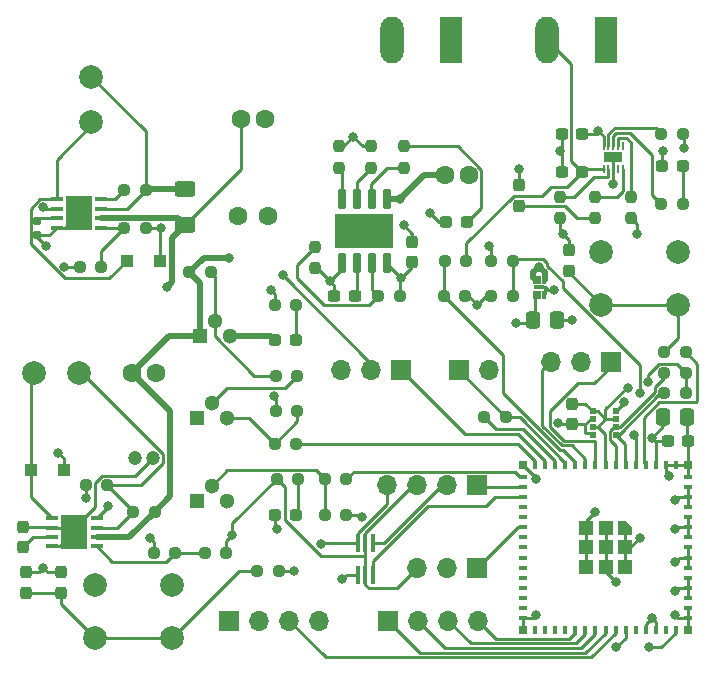
<source format=gtl>
%TF.GenerationSoftware,KiCad,Pcbnew,(6.0.9)*%
%TF.CreationDate,2023-05-01T22:34:01-06:00*%
%TF.ProjectId,WeatherStation,57656174-6865-4725-9374-6174696f6e2e,rev?*%
%TF.SameCoordinates,Original*%
%TF.FileFunction,Copper,L1,Top*%
%TF.FilePolarity,Positive*%
%FSLAX46Y46*%
G04 Gerber Fmt 4.6, Leading zero omitted, Abs format (unit mm)*
G04 Created by KiCad (PCBNEW (6.0.9)) date 2023-05-01 22:34:01*
%MOMM*%
%LPD*%
G01*
G04 APERTURE LIST*
G04 Aperture macros list*
%AMRoundRect*
0 Rectangle with rounded corners*
0 $1 Rounding radius*
0 $2 $3 $4 $5 $6 $7 $8 $9 X,Y pos of 4 corners*
0 Add a 4 corners polygon primitive as box body*
4,1,4,$2,$3,$4,$5,$6,$7,$8,$9,$2,$3,0*
0 Add four circle primitives for the rounded corners*
1,1,$1+$1,$2,$3*
1,1,$1+$1,$4,$5*
1,1,$1+$1,$6,$7*
1,1,$1+$1,$8,$9*
0 Add four rect primitives between the rounded corners*
20,1,$1+$1,$2,$3,$4,$5,0*
20,1,$1+$1,$4,$5,$6,$7,0*
20,1,$1+$1,$6,$7,$8,$9,0*
20,1,$1+$1,$8,$9,$2,$3,0*%
%AMFreePoly0*
4,1,15,0.000002,0.605000,0.600000,0.605000,0.603536,0.603536,0.605000,0.600000,0.605000,-0.600000,0.603536,-0.603536,0.600000,-0.605000,-0.600000,-0.605000,-0.603536,-0.603536,-0.605000,-0.600000,-0.605001,0.000000,-0.603536,0.003536,-0.003536,0.603536,0.000000,0.605001,0.000002,0.605000,0.000002,0.605000,$1*%
G04 Aperture macros list end*
%TA.AperFunction,SMDPad,CuDef*%
%ADD10RoundRect,0.237500X-0.250000X-0.237500X0.250000X-0.237500X0.250000X0.237500X-0.250000X0.237500X0*%
%TD*%
%TA.AperFunction,SMDPad,CuDef*%
%ADD11RoundRect,0.237500X-0.300000X-0.237500X0.300000X-0.237500X0.300000X0.237500X-0.300000X0.237500X0*%
%TD*%
%TA.AperFunction,ComponentPad*%
%ADD12C,1.600000*%
%TD*%
%TA.AperFunction,ComponentPad*%
%ADD13R,1.300000X1.300000*%
%TD*%
%TA.AperFunction,ComponentPad*%
%ADD14C,1.300000*%
%TD*%
%TA.AperFunction,SMDPad,CuDef*%
%ADD15RoundRect,0.237500X-0.237500X0.300000X-0.237500X-0.300000X0.237500X-0.300000X0.237500X0.300000X0*%
%TD*%
%TA.AperFunction,SMDPad,CuDef*%
%ADD16RoundRect,0.237500X0.250000X0.237500X-0.250000X0.237500X-0.250000X-0.237500X0.250000X-0.237500X0*%
%TD*%
%TA.AperFunction,SMDPad,CuDef*%
%ADD17RoundRect,0.250000X0.337500X0.475000X-0.337500X0.475000X-0.337500X-0.475000X0.337500X-0.475000X0*%
%TD*%
%TA.AperFunction,SMDPad,CuDef*%
%ADD18RoundRect,0.237500X0.237500X-0.300000X0.237500X0.300000X-0.237500X0.300000X-0.237500X-0.300000X0*%
%TD*%
%TA.AperFunction,SMDPad,CuDef*%
%ADD19RoundRect,0.237500X0.287500X0.237500X-0.287500X0.237500X-0.287500X-0.237500X0.287500X-0.237500X0*%
%TD*%
%TA.AperFunction,SMDPad,CuDef*%
%ADD20RoundRect,0.006000X0.094000X-0.319000X0.094000X0.319000X-0.094000X0.319000X-0.094000X-0.319000X0*%
%TD*%
%TA.AperFunction,SMDPad,CuDef*%
%ADD21R,0.940000X0.300000*%
%TD*%
%TA.AperFunction,SMDPad,CuDef*%
%ADD22RoundRect,0.237500X0.237500X-0.250000X0.237500X0.250000X-0.237500X0.250000X-0.237500X-0.250000X0*%
%TD*%
%TA.AperFunction,SMDPad,CuDef*%
%ADD23R,1.100000X1.100000*%
%TD*%
%TA.AperFunction,ComponentPad*%
%ADD24C,1.200000*%
%TD*%
%TA.AperFunction,SMDPad,CuDef*%
%ADD25RoundRect,0.155000X-0.155000X0.212500X-0.155000X-0.212500X0.155000X-0.212500X0.155000X0.212500X0*%
%TD*%
%TA.AperFunction,ComponentPad*%
%ADD26R,1.700000X1.700000*%
%TD*%
%TA.AperFunction,ComponentPad*%
%ADD27O,1.700000X1.700000*%
%TD*%
%TA.AperFunction,ComponentPad*%
%ADD28C,2.000000*%
%TD*%
%TA.AperFunction,SMDPad,CuDef*%
%ADD29RoundRect,0.027000X-0.218000X-0.198000X0.218000X-0.198000X0.218000X0.198000X-0.218000X0.198000X0*%
%TD*%
%TA.AperFunction,SMDPad,CuDef*%
%ADD30RoundRect,0.025600X-0.454400X-0.134400X0.454400X-0.134400X0.454400X0.134400X-0.454400X0.134400X0*%
%TD*%
%TA.AperFunction,SMDPad,CuDef*%
%ADD31RoundRect,0.025600X0.454400X0.134400X-0.454400X0.134400X-0.454400X-0.134400X0.454400X-0.134400X0*%
%TD*%
%TA.AperFunction,SMDPad,CuDef*%
%ADD32R,2.200000X3.000000*%
%TD*%
%TA.AperFunction,ComponentPad*%
%ADD33R,1.980000X3.960000*%
%TD*%
%TA.AperFunction,ComponentPad*%
%ADD34O,1.980000X3.960000*%
%TD*%
%TA.AperFunction,SMDPad,CuDef*%
%ADD35R,0.400000X1.500000*%
%TD*%
%TA.AperFunction,SMDPad,CuDef*%
%ADD36RoundRect,0.006000X0.294000X-0.769000X0.294000X0.769000X-0.294000X0.769000X-0.294000X-0.769000X0*%
%TD*%
%TA.AperFunction,SMDPad,CuDef*%
%ADD37R,4.900000X2.950000*%
%TD*%
%TA.AperFunction,SMDPad,CuDef*%
%ADD38RoundRect,0.237500X0.237500X-0.287500X0.237500X0.287500X-0.237500X0.287500X-0.237500X-0.287500X0*%
%TD*%
%TA.AperFunction,SMDPad,CuDef*%
%ADD39RoundRect,0.250000X-0.337500X-0.475000X0.337500X-0.475000X0.337500X0.475000X-0.337500X0.475000X0*%
%TD*%
%TA.AperFunction,SMDPad,CuDef*%
%ADD40RoundRect,0.250000X-0.625000X0.400000X-0.625000X-0.400000X0.625000X-0.400000X0.625000X0.400000X0*%
%TD*%
%TA.AperFunction,SMDPad,CuDef*%
%ADD41R,0.220000X0.760000*%
%TD*%
%TA.AperFunction,SMDPad,CuDef*%
%ADD42R,1.500000X0.900000*%
%TD*%
%TA.AperFunction,SMDPad,CuDef*%
%ADD43RoundRect,0.237500X0.300000X0.237500X-0.300000X0.237500X-0.300000X-0.237500X0.300000X-0.237500X0*%
%TD*%
%TA.AperFunction,SMDPad,CuDef*%
%ADD44R,0.400000X0.800000*%
%TD*%
%TA.AperFunction,SMDPad,CuDef*%
%ADD45R,0.800000X0.400000*%
%TD*%
%TA.AperFunction,SMDPad,CuDef*%
%ADD46R,1.200000X1.200000*%
%TD*%
%TA.AperFunction,SMDPad,CuDef*%
%ADD47FreePoly0,270.000000*%
%TD*%
%TA.AperFunction,SMDPad,CuDef*%
%ADD48R,0.800000X0.800000*%
%TD*%
%TA.AperFunction,SMDPad,CuDef*%
%ADD49RoundRect,0.237500X-0.237500X0.250000X-0.237500X-0.250000X0.237500X-0.250000X0.237500X0.250000X0*%
%TD*%
%TA.AperFunction,ViaPad*%
%ADD50C,0.800000*%
%TD*%
%TA.AperFunction,Conductor*%
%ADD51C,0.250000*%
%TD*%
%TA.AperFunction,Conductor*%
%ADD52C,0.500000*%
%TD*%
G04 APERTURE END LIST*
D10*
%TO.P,R34,1*%
%TO.N,Net-(R33-Pad1)*%
X148425000Y-128500000D03*
%TO.P,R34,2*%
%TO.N,Main Gnd*%
X150250000Y-128500000D03*
%TD*%
D11*
%TO.P,C4,1*%
%TO.N,GND*%
X178637500Y-96250000D03*
%TO.P,C4,2*%
%TO.N,Net-(C4-Pad2)*%
X180362500Y-96250000D03*
%TD*%
D12*
%TO.P,C14,1*%
%TO.N,Wind 12V*%
X151250000Y-100000000D03*
%TO.P,C14,2*%
%TO.N,GND*%
X153750000Y-100000000D03*
%TD*%
D10*
%TO.P,R30,1*%
%TO.N,GND*%
X137837500Y-104250000D03*
%TO.P,R30,2*%
%TO.N,Net-(R29-Pad1)*%
X139662500Y-104250000D03*
%TD*%
D13*
%TO.P,Q2,1,C*%
%TO.N,Main Gnd*%
X147730000Y-124110000D03*
D14*
%TO.P,Q2,2,B*%
%TO.N,Net-(Q2-Pad2)*%
X149000000Y-122840000D03*
%TO.P,Q2,3,E*%
%TO.N,GND*%
X150270000Y-124110000D03*
%TD*%
D15*
%TO.P,C12,1*%
%TO.N,BME Power*%
X179500000Y-115887500D03*
%TO.P,C12,2*%
%TO.N,GND*%
X179500000Y-117612500D03*
%TD*%
D16*
%TO.P,R25,1*%
%TO.N,Wind Control*%
X156162500Y-119250000D03*
%TO.P,R25,2*%
%TO.N,Net-(Q1-Pad3)*%
X154337500Y-119250000D03*
%TD*%
D11*
%TO.P,C5,1*%
%TO.N,GND*%
X178637500Y-93000000D03*
%TO.P,C5,2*%
%TO.N,Vbat*%
X180362500Y-93000000D03*
%TD*%
D17*
%TO.P,C2,1*%
%TO.N,GND*%
X189287500Y-117000000D03*
%TO.P,C2,2*%
%TO.N,VDD3.3*%
X187212500Y-117000000D03*
%TD*%
D18*
%TO.P,C17,1*%
%TO.N,Net-(C17-Pad1)*%
X133000000Y-128000000D03*
%TO.P,C17,2*%
%TO.N,Main Gnd*%
X133000000Y-126275000D03*
%TD*%
D16*
%TO.P,R33,1*%
%TO.N,Net-(R33-Pad1)*%
X145912500Y-128500000D03*
%TO.P,R33,2*%
%TO.N,Main 5V*%
X144087500Y-128500000D03*
%TD*%
D19*
%TO.P,Wind1,1,K*%
%TO.N,Net-(R28-Pad1)*%
X156125000Y-110500000D03*
%TO.P,Wind1,2,A*%
%TO.N,Wind Pow*%
X154375000Y-110500000D03*
%TD*%
D11*
%TO.P,C7,1*%
%TO.N,GND*%
X159387500Y-106750000D03*
%TO.P,C7,2*%
%TO.N,Net-(C7-Pad2)*%
X161112500Y-106750000D03*
%TD*%
D20*
%TO.P,U2,1,VOUT*%
%TO.N,VDD3.3*%
X176350000Y-106625000D03*
%TO.P,U2,2,VOUT*%
X176750000Y-106625000D03*
%TO.P,U2,3,GND*%
%TO.N,GND*%
X177150000Y-106625000D03*
%TO.P,U2,4,EN*%
%TO.N,VDDraw*%
X177150000Y-105375000D03*
%TO.P,U2,5*%
%TO.N,N/C*%
X176750000Y-105375000D03*
%TO.P,U2,6,VIN*%
%TO.N,VDDraw*%
X176350000Y-105375000D03*
D21*
%TO.P,U2,7,GND*%
%TO.N,GND*%
X176750000Y-106000000D03*
%TD*%
D22*
%TO.P,R4,1*%
%TO.N,GND*%
X178500000Y-100162500D03*
%TO.P,R4,2*%
%TO.N,Net-(R4-Pad2)*%
X178500000Y-98337500D03*
%TD*%
D23*
%TO.P,D6,1,K*%
%TO.N,Wind 12V*%
X144650000Y-103750000D03*
%TO.P,D6,2,A*%
%TO.N,Net-(D6-Pad2)*%
X141850000Y-103750000D03*
%TD*%
D10*
%TO.P,R9,1*%
%TO.N,Net-(C11-Pad1)*%
X187337500Y-111500000D03*
%TO.P,R9,2*%
%TO.N,Net-(R9-Pad2)*%
X189162500Y-111500000D03*
%TD*%
D13*
%TO.P,Q3,1,C*%
%TO.N,VDDraw*%
X147980000Y-110110000D03*
D14*
%TO.P,Q3,2,B*%
%TO.N,Net-(Q3-Pad2)*%
X149250000Y-108840000D03*
%TO.P,Q3,3,E*%
%TO.N,Wind Pow*%
X150520000Y-110110000D03*
%TD*%
D16*
%TO.P,R19,1*%
%TO.N,Net-(Main1-Pad1)*%
X156325000Y-122250000D03*
%TO.P,R19,2*%
%TO.N,Main Gnd*%
X154500000Y-122250000D03*
%TD*%
%TO.P,R16,1*%
%TO.N,GND*%
X160412500Y-125250000D03*
%TO.P,R16,2*%
%TO.N,Net-(Q2-Pad2)*%
X158587500Y-125250000D03*
%TD*%
%TO.P,R28,1*%
%TO.N,Net-(R28-Pad1)*%
X156162500Y-107500000D03*
%TO.P,R28,2*%
%TO.N,GND*%
X154337500Y-107500000D03*
%TD*%
D24*
%TO.P,C15,1*%
%TO.N,Main 5V*%
X142500000Y-120500000D03*
%TO.P,C15,2*%
%TO.N,Main Gnd*%
X144000000Y-120500000D03*
%TD*%
D16*
%TO.P,R35,1*%
%TO.N,Net-(L2-Pad1)*%
X140162500Y-122750000D03*
%TO.P,R35,2*%
%TO.N,Net-(R35-Pad2)*%
X138337500Y-122750000D03*
%TD*%
D10*
%TO.P,R18,1*%
%TO.N,Vbat*%
X172662500Y-103750000D03*
%TO.P,R18,2*%
%TO.N,Battery*%
X174487500Y-103750000D03*
%TD*%
D16*
%TO.P,R1,1*%
%TO.N,Net-(C4-Pad2)*%
X170575000Y-103750000D03*
%TO.P,R1,2*%
%TO.N,Solar*%
X168750000Y-103750000D03*
%TD*%
D25*
%TO.P,C16,1*%
%TO.N,Net-(C16-Pad1)*%
X134250000Y-100432500D03*
%TO.P,C16,2*%
%TO.N,GND*%
X134250000Y-101567500D03*
%TD*%
D16*
%TO.P,R23,1*%
%TO.N,BME Power*%
X189162500Y-115000000D03*
%TO.P,R23,2*%
%TO.N,SCL*%
X187337500Y-115000000D03*
%TD*%
D19*
%TO.P,Main1,1,K*%
%TO.N,Net-(Main1-Pad1)*%
X156125000Y-125250000D03*
%TO.P,Main1,2,A*%
%TO.N,VDD3.3*%
X154375000Y-125250000D03*
%TD*%
D26*
%TO.P,Air1,1,Pin_1*%
%TO.N,PPM RX*%
X171500000Y-129750000D03*
D27*
%TO.P,Air1,2,Pin_2*%
%TO.N,Main 5V*%
X168960000Y-129750000D03*
%TO.P,Air1,3,Pin_3*%
%TO.N,Main Gnd*%
X166420000Y-129750000D03*
%TD*%
D19*
%TO.P,Short1,1,K*%
%TO.N,Net-(R12-Pad2)*%
X170625000Y-100500000D03*
%TO.P,Short1,2,A*%
%TO.N,Vbat*%
X168875000Y-100500000D03*
%TD*%
D28*
%TO.P,L1,1,1*%
%TO.N,Net-(L1-Pad1)*%
X138799250Y-88200000D03*
%TO.P,L1,2,2*%
%TO.N,Net-(D6-Pad2)*%
X138799250Y-92010000D03*
%TD*%
D10*
%TO.P,R27,1*%
%TO.N,VDDraw*%
X147087500Y-104750000D03*
%TO.P,R27,2*%
%TO.N,Net-(Q3-Pad2)*%
X148912500Y-104750000D03*
%TD*%
D26*
%TO.P,UV1,1,Pin_1*%
%TO.N,UV*%
X182775000Y-112350000D03*
D27*
%TO.P,UV1,2,Pin_2*%
%TO.N,GND*%
X180235000Y-112350000D03*
%TO.P,UV1,3,Pin_3*%
%TO.N,UV Power*%
X177695000Y-112350000D03*
%TD*%
D19*
%TO.P,First1,1,K*%
%TO.N,Net-(First1-Pad1)*%
X188875000Y-95750000D03*
%TO.P,First1,2,A*%
%TO.N,Vbat*%
X187125000Y-95750000D03*
%TD*%
D28*
%TO.P,Program1,1,A*%
%TO.N,Net-(C11-Pad1)*%
X188500000Y-107500000D03*
X182000000Y-107500000D03*
%TO.P,Program1,2,B*%
%TO.N,GND*%
X182000000Y-103000000D03*
X188500000Y-103000000D03*
%TD*%
%TO.P,L2,1,1*%
%TO.N,Net-(L2-Pad1)*%
X137750000Y-113250000D03*
%TO.P,L2,2,2*%
%TO.N,Net-(D7-Pad2)*%
X133940000Y-113250000D03*
%TD*%
D12*
%TO.P,C13,1*%
%TO.N,Wind Pow*%
X151500000Y-91750000D03*
%TO.P,C13,2*%
%TO.N,GND*%
X153500000Y-91750000D03*
%TD*%
D22*
%TO.P,R14,1*%
%TO.N,Net-(R14-Pad1)*%
X159750000Y-95912500D03*
%TO.P,R14,2*%
%TO.N,GND*%
X159750000Y-94087500D03*
%TD*%
D10*
%TO.P,R36,1*%
%TO.N,Net-(L2-Pad1)*%
X142337500Y-125000000D03*
%TO.P,R36,2*%
%TO.N,VDDraw*%
X144162500Y-125000000D03*
%TD*%
D23*
%TO.P,D7,1,K*%
%TO.N,Main 5V*%
X136500000Y-121500000D03*
%TO.P,D7,2,A*%
%TO.N,Net-(D7-Pad2)*%
X133700000Y-121500000D03*
%TD*%
D12*
%TO.P,C18,1*%
%TO.N,VDDraw*%
X142250000Y-113250000D03*
%TO.P,C18,2*%
%TO.N,Main Gnd*%
X144250000Y-113250000D03*
%TD*%
D16*
%TO.P,R10,1*%
%TO.N,Vbat*%
X164912500Y-106750000D03*
%TO.P,R10,2*%
%TO.N,Net-(R10-Pad2)*%
X163087500Y-106750000D03*
%TD*%
D29*
%TO.P,U5,1,GND*%
%TO.N,GND*%
X183220000Y-116525000D03*
%TO.P,U5,2,CSB*%
%TO.N,BME Power*%
X183220000Y-117175000D03*
%TO.P,U5,3,SDI*%
%TO.N,SDA*%
X183220000Y-117825000D03*
%TO.P,U5,4,SCK*%
%TO.N,SCL*%
X183220000Y-118475000D03*
%TO.P,U5,5,SDO*%
%TO.N,GND*%
X181280000Y-118475000D03*
%TO.P,U5,6,VDDIO*%
%TO.N,BME Power*%
X181280000Y-117825000D03*
%TO.P,U5,7,GND*%
%TO.N,GND*%
X181280000Y-117175000D03*
%TO.P,U5,8,VDD*%
%TO.N,BME Power*%
X181280000Y-116525000D03*
%TD*%
D16*
%TO.P,R6,1*%
%TO.N,GND*%
X188912500Y-93000000D03*
%TO.P,R6,2*%
%TO.N,Net-(R6-Pad2)*%
X187087500Y-93000000D03*
%TD*%
D18*
%TO.P,C11,1*%
%TO.N,Net-(C11-Pad1)*%
X179250000Y-104612500D03*
%TO.P,C11,2*%
%TO.N,GND*%
X179250000Y-102887500D03*
%TD*%
D30*
%TO.P,U7,1,SWITCH_COLLECTOR*%
%TO.N,Net-(D7-Pad2)*%
X135502500Y-125550000D03*
%TO.P,U7,2,SWITCH_EMITTER*%
%TO.N,Main Gnd*%
X135502500Y-126350000D03*
%TO.P,U7,3,TIMING_CAPACITOR*%
%TO.N,Net-(C17-Pad1)*%
X135502500Y-127150000D03*
%TO.P,U7,4,GND*%
%TO.N,Main Gnd*%
X135502500Y-127950000D03*
D31*
%TO.P,U7,5,COMPARATOR_INVERTING_INPUT*%
%TO.N,Net-(R33-Pad1)*%
X139272500Y-127950000D03*
%TO.P,U7,6,VCC*%
%TO.N,VDDraw*%
X139272500Y-127150000D03*
%TO.P,U7,7,IPK*%
%TO.N,Net-(L2-Pad1)*%
X139272500Y-126350000D03*
%TO.P,U7,8,DRIVER_COLLECTOR*%
%TO.N,Net-(R35-Pad2)*%
X139272500Y-125550000D03*
D32*
%TO.P,U7,9,EXP*%
%TO.N,Main Gnd*%
X137387500Y-126750000D03*
%TD*%
D18*
%TO.P,C10,1*%
%TO.N,Net-(C1-Pad2)*%
X136250000Y-131855000D03*
%TO.P,C10,2*%
%TO.N,GND*%
X136250000Y-130130000D03*
%TD*%
D13*
%TO.P,Q1,1,E*%
%TO.N,GND*%
X147730000Y-117110000D03*
D14*
%TO.P,Q1,2,C*%
%TO.N,Net-(Q1-Pad2)*%
X149000000Y-115840000D03*
%TO.P,Q1,3,B*%
%TO.N,Net-(Q1-Pad3)*%
X150270000Y-117110000D03*
%TD*%
D33*
%TO.P,SolarIn1,1,Pin_1*%
%TO.N,GND*%
X182365000Y-85050000D03*
D34*
%TO.P,SolarIn1,2,Pin_2*%
%TO.N,Net-(C4-Pad2)*%
X177365000Y-85050000D03*
%TD*%
D35*
%TO.P,U8,1,VCC(A)*%
%TO.N,VDD3.3*%
X161350000Y-130330000D03*
%TO.P,U8,2,GND*%
%TO.N,Main Gnd*%
X162000000Y-130330000D03*
%TO.P,U8,3,A*%
%TO.N,Echo*%
X162650000Y-130330000D03*
%TO.P,U8,4,B*%
%TO.N,Echo High*%
X162650000Y-127670000D03*
%TO.P,U8,5,DIR*%
%TO.N,Main Gnd*%
X162000000Y-127670000D03*
%TO.P,U8,6,VCC(B)*%
%TO.N,Main 5V*%
X161350000Y-127670000D03*
%TD*%
D18*
%TO.P,C6,1*%
%TO.N,Vbat*%
X166000000Y-103862500D03*
%TO.P,C6,2*%
%TO.N,GND*%
X166000000Y-102137500D03*
%TD*%
D33*
%TO.P,Bat1,1,Pin_1*%
%TO.N,GND*%
X169300000Y-85050000D03*
D34*
%TO.P,Bat1,2,Pin_2*%
%TO.N,Vbat*%
X164300000Y-85050000D03*
%TD*%
D36*
%TO.P,U1,1,GND*%
%TO.N,GND*%
X160007500Y-103950000D03*
%TO.P,U1,2,DVDT*%
%TO.N,Net-(C7-Pad2)*%
X161277500Y-103950000D03*
%TO.P,U1,3,EN/UVLO*%
%TO.N,Net-(R10-Pad2)*%
X162547500Y-103950000D03*
%TO.P,U1,4,IN*%
%TO.N,Vbat*%
X163817500Y-103950000D03*
%TO.P,U1,5,OUT*%
%TO.N,VDDraw*%
X163817500Y-98550000D03*
%TO.P,U1,6,FLT*%
%TO.N,Net-(R12-Pad1)*%
X162547500Y-98550000D03*
%TO.P,U1,7,ILM*%
%TO.N,Net-(R13-Pad1)*%
X161277500Y-98550000D03*
%TO.P,U1,8,OVCSEL*%
%TO.N,Net-(R14-Pad1)*%
X160007500Y-98550000D03*
D37*
%TO.P,U1,9*%
%TO.N,N/C*%
X161912500Y-101250000D03*
%TD*%
D38*
%TO.P,Charging1,1,K*%
%TO.N,Net-(Charging1-Pad1)*%
X175000000Y-99125000D03*
%TO.P,Charging1,2,A*%
%TO.N,Vbat*%
X175000000Y-97375000D03*
%TD*%
D39*
%TO.P,C8,1*%
%TO.N,VDD3.3*%
X176175000Y-108750000D03*
%TO.P,C8,2*%
%TO.N,GND*%
X178250000Y-108750000D03*
%TD*%
D22*
%TO.P,R8,1*%
%TO.N,Net-(Charging1-Pad1)*%
X181500000Y-100162500D03*
%TO.P,R8,2*%
%TO.N,Net-(R8-Pad2)*%
X181500000Y-98337500D03*
%TD*%
D16*
%TO.P,R7,1*%
%TO.N,Net-(First1-Pad1)*%
X188912500Y-99000000D03*
%TO.P,R7,2*%
%TO.N,Net-(R7-Pad2)*%
X187087500Y-99000000D03*
%TD*%
D40*
%TO.P,R32,1*%
%TO.N,Net-(L1-Pad1)*%
X146750000Y-97650000D03*
%TO.P,R32,2*%
%TO.N,Wind Pow*%
X146750000Y-100750000D03*
%TD*%
D16*
%TO.P,R22,1*%
%TO.N,BME Power*%
X189162500Y-113250000D03*
%TO.P,R22,2*%
%TO.N,SDA*%
X187337500Y-113250000D03*
%TD*%
D41*
%TO.P,U4,1,IN*%
%TO.N,Net-(C4-Pad2)*%
X182200000Y-95985000D03*
%TO.P,U4,2,ISET*%
%TO.N,Net-(R4-Pad2)*%
X182600000Y-95985000D03*
%TO.P,U4,3,VSS*%
%TO.N,GND*%
X183000000Y-95985000D03*
%TO.P,U4,4,PRETERM*%
%TO.N,unconnected-(U4-Pad4)*%
X183400000Y-95985000D03*
%TO.P,U4,5,~{PG}*%
%TO.N,Net-(R8-Pad2)*%
X183800000Y-95985000D03*
%TO.P,U4,6*%
%TO.N,N/C*%
X183800000Y-94015000D03*
%TO.P,U4,7,ISET2*%
%TO.N,Net-(R5-Pad2)*%
X183400000Y-94015000D03*
%TO.P,U4,8,~{CHG}*%
%TO.N,Net-(R7-Pad2)*%
X183000000Y-94015000D03*
%TO.P,U4,9,TS*%
%TO.N,Net-(R6-Pad2)*%
X182600000Y-94015000D03*
%TO.P,U4,10,OUT*%
%TO.N,Vbat*%
X182200000Y-94015000D03*
D42*
%TO.P,U4,11,EXP*%
%TO.N,GND*%
X183000000Y-95000000D03*
%TD*%
D22*
%TO.P,R13,1*%
%TO.N,Net-(R13-Pad1)*%
X162500000Y-95912500D03*
%TO.P,R13,2*%
%TO.N,GND*%
X162500000Y-94087500D03*
%TD*%
D26*
%TO.P,Ultra1,1,Pin_1*%
%TO.N,Trig*%
X171500000Y-122750000D03*
D27*
%TO.P,Ultra1,2,Pin_2*%
%TO.N,Echo High*%
X168960000Y-122750000D03*
%TO.P,Ultra1,3,Pin_3*%
%TO.N,Main Gnd*%
X166420000Y-122750000D03*
%TO.P,Ultra1,4,Pin_4*%
%TO.N,Main 5V*%
X163880000Y-122750000D03*
%TD*%
D43*
%TO.P,C3,1*%
%TO.N,GND*%
X189362500Y-119000000D03*
%TO.P,C3,2*%
%TO.N,VDD3.3*%
X187637500Y-119000000D03*
%TD*%
D26*
%TO.P,Wind_Sen1,1,Pin_1*%
%TO.N,Wind*%
X165025000Y-113000000D03*
D27*
%TO.P,Wind_Sen1,2,Pin_2*%
%TO.N,Wind 12V*%
X162485000Y-113000000D03*
%TO.P,Wind_Sen1,3,Pin_3*%
%TO.N,GND*%
X159945000Y-113000000D03*
%TD*%
D28*
%TO.P,Rst1,1,A*%
%TO.N,Net-(C1-Pad2)*%
X139130000Y-135690000D03*
X145630000Y-135690000D03*
%TO.P,Rst1,2,B*%
%TO.N,GND*%
X139130000Y-131190000D03*
X145630000Y-131190000D03*
%TD*%
D15*
%TO.P,C1,1*%
%TO.N,GND*%
X133250000Y-130130000D03*
%TO.P,C1,2*%
%TO.N,Net-(C1-Pad2)*%
X133250000Y-131855000D03*
%TD*%
D26*
%TO.P,JTAG1,1,Pin_1*%
%TO.N,/TMS*%
X163950000Y-134250000D03*
D27*
%TO.P,JTAG1,2,Pin_2*%
%TO.N,/TDI*%
X166490000Y-134250000D03*
%TO.P,JTAG1,3,Pin_3*%
%TO.N,/TDO*%
X169030000Y-134250000D03*
%TO.P,JTAG1,4,Pin_4*%
%TO.N,/TCK*%
X171570000Y-134250000D03*
%TD*%
D10*
%TO.P,R29,1*%
%TO.N,Net-(R29-Pad1)*%
X141587500Y-101000000D03*
%TO.P,R29,2*%
%TO.N,Wind 12V*%
X143412500Y-101000000D03*
%TD*%
D30*
%TO.P,U6,1,SWITCH_COLLECTOR*%
%TO.N,Net-(D6-Pad2)*%
X135865000Y-98550000D03*
%TO.P,U6,2,SWITCH_EMITTER*%
%TO.N,GND*%
X135865000Y-99350000D03*
%TO.P,U6,3,TIMING_CAPACITOR*%
%TO.N,Net-(C16-Pad1)*%
X135865000Y-100150000D03*
%TO.P,U6,4,GND*%
%TO.N,GND*%
X135865000Y-100950000D03*
D31*
%TO.P,U6,5,COMPARATOR_INVERTING_INPUT*%
%TO.N,Net-(R29-Pad1)*%
X139635000Y-100950000D03*
%TO.P,U6,6,VCC*%
%TO.N,Wind Pow*%
X139635000Y-100150000D03*
%TO.P,U6,7,IPK*%
%TO.N,Net-(L1-Pad1)*%
X139635000Y-99350000D03*
%TO.P,U6,8,DRIVER_COLLECTOR*%
%TO.N,Net-(R31-Pad2)*%
X139635000Y-98550000D03*
D32*
%TO.P,U6,9,EXP*%
%TO.N,GND*%
X137750000Y-99750000D03*
%TD*%
D22*
%TO.P,R5,1*%
%TO.N,GND*%
X184500000Y-100162500D03*
%TO.P,R5,2*%
%TO.N,Net-(R5-Pad2)*%
X184500000Y-98337500D03*
%TD*%
D44*
%TO.P,U3,1,GND*%
%TO.N,GND*%
X188300000Y-121037500D03*
%TO.P,U3,2,GND*%
X187450000Y-121037500D03*
%TO.P,U3,3,3V3*%
%TO.N,VDD3.3*%
X186600000Y-121037500D03*
%TO.P,U3,4,IO0*%
%TO.N,Net-(R9-Pad2)*%
X185750000Y-121037500D03*
%TO.P,U3,5,IO1*%
%TO.N,Battery*%
X184900000Y-121037500D03*
%TO.P,U3,6,IO2*%
%TO.N,SCL*%
X184050000Y-121037500D03*
%TO.P,U3,7,IO3*%
%TO.N,SDA*%
X183200000Y-121037500D03*
%TO.P,U3,8,IO4*%
%TO.N,BME Power*%
X182350000Y-121037500D03*
%TO.P,U3,9,IO5*%
%TO.N,UV*%
X181500000Y-121037500D03*
%TO.P,U3,10,IO6*%
%TO.N,UV Power*%
X180650000Y-121037500D03*
%TO.P,U3,11,IO7*%
%TO.N,Solar*%
X179800000Y-121037500D03*
%TO.P,U3,12,IO8*%
%TO.N,Rain*%
X178950000Y-121037500D03*
%TO.P,U3,13,IO9*%
%TO.N,Rain Power*%
X178100000Y-121037500D03*
%TO.P,U3,14,IO10*%
%TO.N,Wind*%
X177250000Y-121037500D03*
%TO.P,U3,15,IO11*%
%TO.N,Wind Control*%
X176400000Y-121037500D03*
D45*
%TO.P,U3,16,IO12*%
%TO.N,Main Control*%
X175350000Y-122087500D03*
%TO.P,U3,17,IO13*%
%TO.N,Trig*%
X175350000Y-122937500D03*
%TO.P,U3,18,IO14*%
%TO.N,Echo*%
X175350000Y-123787500D03*
%TO.P,U3,19,IO15*%
%TO.N,unconnected-(U3-Pad19)*%
X175350000Y-124637500D03*
%TO.P,U3,20,IO16*%
%TO.N,unconnected-(U3-Pad20)*%
X175350000Y-125487500D03*
%TO.P,U3,21,IO17*%
%TO.N,PPM RX*%
X175350000Y-126337500D03*
%TO.P,U3,22,IO18*%
%TO.N,PPM TX*%
X175350000Y-127187500D03*
%TO.P,U3,23,IO19*%
%TO.N,unconnected-(U3-Pad23)*%
X175350000Y-128037500D03*
%TO.P,U3,24,IO20*%
%TO.N,unconnected-(U3-Pad24)*%
X175350000Y-128887500D03*
%TO.P,U3,25,IO21*%
%TO.N,unconnected-(U3-Pad25)*%
X175350000Y-129737500D03*
%TO.P,U3,26,IO26*%
%TO.N,unconnected-(U3-Pad26)*%
X175350000Y-130587500D03*
%TO.P,U3,27,NC*%
%TO.N,unconnected-(U3-Pad27)*%
X175350000Y-131437500D03*
%TO.P,U3,28,IO33*%
%TO.N,unconnected-(U3-Pad28)*%
X175350000Y-132287500D03*
%TO.P,U3,29,IO34*%
%TO.N,unconnected-(U3-Pad29)*%
X175350000Y-133137500D03*
%TO.P,U3,30,GND*%
%TO.N,GND*%
X175350000Y-133987500D03*
D44*
%TO.P,U3,31,IO35*%
%TO.N,unconnected-(U3-Pad31)*%
X176400000Y-135037500D03*
%TO.P,U3,32,IO36*%
%TO.N,unconnected-(U3-Pad32)*%
X177250000Y-135037500D03*
%TO.P,U3,33,IO37*%
%TO.N,unconnected-(U3-Pad33)*%
X178100000Y-135037500D03*
%TO.P,U3,34,IO38*%
%TO.N,unconnected-(U3-Pad34)*%
X178950000Y-135037500D03*
%TO.P,U3,35,IO39*%
%TO.N,/TCK*%
X179800000Y-135037500D03*
%TO.P,U3,36,IO40*%
%TO.N,/TDO*%
X180650000Y-135037500D03*
%TO.P,U3,37,IO41*%
%TO.N,/TDI*%
X181500000Y-135037500D03*
%TO.P,U3,38,IO42*%
%TO.N,/TMS*%
X182350000Y-135037500D03*
%TO.P,U3,39,TXD0*%
%TO.N,/RX*%
X183200000Y-135037500D03*
%TO.P,U3,40,RXD0*%
%TO.N,/TX*%
X184050000Y-135037500D03*
%TO.P,U3,41,IO45*%
%TO.N,unconnected-(U3-Pad41)*%
X184900000Y-135037500D03*
%TO.P,U3,42,GND*%
%TO.N,GND*%
X185750000Y-135037500D03*
%TO.P,U3,43,GND*%
X186600000Y-135037500D03*
%TO.P,U3,44,IO46*%
%TO.N,unconnected-(U3-Pad44)*%
X187450000Y-135037500D03*
%TO.P,U3,45,EN*%
%TO.N,Net-(C1-Pad2)*%
X188300000Y-135037500D03*
D45*
%TO.P,U3,46,GND*%
%TO.N,GND*%
X189350000Y-133987500D03*
%TO.P,U3,47,GND*%
X189350000Y-133137500D03*
%TO.P,U3,48,GND*%
X189350000Y-132287500D03*
%TO.P,U3,49,GND*%
X189350000Y-131437500D03*
%TO.P,U3,50,GND*%
X189350000Y-130587500D03*
%TO.P,U3,51,GND*%
X189350000Y-129737500D03*
%TO.P,U3,52,GND*%
X189350000Y-128887500D03*
%TO.P,U3,53,GND*%
X189350000Y-128037500D03*
%TO.P,U3,54,GND*%
X189350000Y-127187500D03*
%TO.P,U3,55,GND*%
X189350000Y-126337500D03*
%TO.P,U3,56,GND*%
X189350000Y-125487500D03*
%TO.P,U3,57,GND*%
X189350000Y-124637500D03*
%TO.P,U3,58,GND*%
X189350000Y-123787500D03*
%TO.P,U3,59,GND*%
X189350000Y-122937500D03*
%TO.P,U3,60,GND*%
X189350000Y-122087500D03*
D46*
%TO.P,U3,61,GND*%
X182350000Y-128037500D03*
%TO.P,U3,61_1,GND*%
X182350000Y-126387500D03*
%TO.P,U3,61_2,GND*%
X180700000Y-126387500D03*
%TO.P,U3,61_3,GND*%
X180700000Y-128037500D03*
%TO.P,U3,61_4,GND*%
X180700000Y-129687500D03*
%TO.P,U3,61_5,GND*%
X182350000Y-129687500D03*
%TO.P,U3,61_6,GND*%
X184000000Y-129687500D03*
%TO.P,U3,61_7,GND*%
X184000000Y-128037500D03*
D47*
%TO.P,U3,61_8,GND*%
X184000000Y-126387500D03*
D48*
%TO.P,U3,62,GND*%
X189350000Y-121037500D03*
%TO.P,U3,63,GND*%
X175350000Y-121037500D03*
%TO.P,U3,64,GND*%
X175350000Y-135037500D03*
%TO.P,U3,65,GND*%
X189350000Y-135037500D03*
%TD*%
D10*
%TO.P,R2,1*%
%TO.N,Net-(C1-Pad2)*%
X152837500Y-130000000D03*
%TO.P,R2,2*%
%TO.N,VDD3.3*%
X154662500Y-130000000D03*
%TD*%
D16*
%TO.P,R21,1*%
%TO.N,Rain*%
X173912500Y-117000000D03*
%TO.P,R21,2*%
%TO.N,Rain Power*%
X172087500Y-117000000D03*
%TD*%
D49*
%TO.P,R11,1*%
%TO.N,Net-(R10-Pad2)*%
X157750000Y-102587500D03*
%TO.P,R11,2*%
%TO.N,GND*%
X157750000Y-104412500D03*
%TD*%
D26*
%TO.P,UART1,1,Pin_1*%
%TO.N,GND*%
X150500000Y-134250000D03*
D27*
%TO.P,UART1,2,Pin_2*%
%TO.N,/TX*%
X153040000Y-134250000D03*
%TO.P,UART1,3,Pin_3*%
%TO.N,/RX*%
X155580000Y-134250000D03*
%TO.P,UART1,4,Pin_4*%
%TO.N,VDD3.3*%
X158120000Y-134250000D03*
%TD*%
D16*
%TO.P,R26,1*%
%TO.N,Net-(Q1-Pad2)*%
X156250000Y-113500000D03*
%TO.P,R26,2*%
%TO.N,Net-(Q3-Pad2)*%
X154425000Y-113500000D03*
%TD*%
%TO.P,R31,1*%
%TO.N,Net-(L1-Pad1)*%
X143412500Y-97750000D03*
%TO.P,R31,2*%
%TO.N,Net-(R31-Pad2)*%
X141587500Y-97750000D03*
%TD*%
%TO.P,R24,1*%
%TO.N,Net-(Q1-Pad3)*%
X156250000Y-116500000D03*
%TO.P,R24,2*%
%TO.N,GND*%
X154425000Y-116500000D03*
%TD*%
%TO.P,R20,1*%
%TO.N,Battery*%
X174487500Y-106750000D03*
%TO.P,R20,2*%
%TO.N,GND*%
X172662500Y-106750000D03*
%TD*%
D22*
%TO.P,R12,1*%
%TO.N,Net-(R12-Pad1)*%
X165250000Y-95912500D03*
%TO.P,R12,2*%
%TO.N,Net-(R12-Pad2)*%
X165250000Y-94087500D03*
%TD*%
D26*
%TO.P,Rain1,1,Pin_1*%
%TO.N,Rain*%
X169975000Y-113000000D03*
D27*
%TO.P,Rain1,2,Pin_2*%
%TO.N,GND*%
X172515000Y-113000000D03*
%TD*%
D12*
%TO.P,C9,1*%
%TO.N,VDDraw*%
X168750000Y-96500000D03*
%TO.P,C9,2*%
%TO.N,GND*%
X170750000Y-96500000D03*
%TD*%
D10*
%TO.P,R17,1*%
%TO.N,Solar*%
X168662500Y-106750000D03*
%TO.P,R17,2*%
%TO.N,GND*%
X170487500Y-106750000D03*
%TD*%
%TO.P,R3,1*%
%TO.N,Net-(Q2-Pad2)*%
X158587500Y-122250000D03*
%TO.P,R3,2*%
%TO.N,Main Control*%
X160412500Y-122250000D03*
%TD*%
D50*
%TO.N,GND*%
X159000000Y-105500000D03*
X185250000Y-127250000D03*
X154250000Y-115250000D03*
X188250000Y-124000000D03*
X178500000Y-94500000D03*
X186250000Y-134000000D03*
X135000000Y-102500000D03*
X179500000Y-108750000D03*
X171500000Y-107500000D03*
X188250000Y-129250000D03*
X165250000Y-100750000D03*
X176500000Y-122250000D03*
X134750000Y-99250000D03*
X187750000Y-122000000D03*
X154000000Y-106250000D03*
X134750000Y-129742500D03*
X188250000Y-133750000D03*
X161000000Y-93250000D03*
X185000000Y-101500000D03*
X176500000Y-133750000D03*
X183000000Y-97250000D03*
X178750000Y-101500000D03*
X181500000Y-125000000D03*
X189000000Y-94250000D03*
X178289552Y-117539552D03*
X161750000Y-125500000D03*
X183250000Y-131000000D03*
X188250000Y-126500000D03*
X183941806Y-115691806D03*
X136500000Y-104250000D03*
X178000000Y-106250000D03*
X188250000Y-131750000D03*
%TO.N,Net-(C1-Pad2)*%
X186000000Y-136500000D03*
%TO.N,VDD3.3*%
X156000000Y-130000000D03*
X154500000Y-126500000D03*
X160000000Y-130750000D03*
X174750000Y-109000000D03*
X186250000Y-118750000D03*
%TO.N,Vbat*%
X187250000Y-94500000D03*
X165000000Y-105250000D03*
X167500000Y-99750000D03*
X181750000Y-92750000D03*
X172500000Y-102500000D03*
X175000000Y-96000000D03*
%TO.N,VDDraw*%
X150500000Y-103500000D03*
X164950000Y-98550000D03*
X176750000Y-104250000D03*
%TO.N,/TX*%
X183250000Y-136500000D03*
%TO.N,Battery*%
X185250000Y-115000000D03*
X184750000Y-118500000D03*
%TO.N,Main Gnd*%
X150750000Y-127000000D03*
%TO.N,BME Power*%
X185924500Y-114000000D03*
X184250000Y-114500000D03*
%TO.N,Wind Pow*%
X145250000Y-106000000D03*
%TO.N,Wind 12V*%
X155000000Y-105000000D03*
X144750000Y-101000000D03*
%TO.N,Main 5V*%
X136000000Y-120000000D03*
X158250000Y-127750000D03*
X143750000Y-127250000D03*
%TO.N,Net-(R35-Pad2)*%
X140250000Y-124500000D03*
X138337500Y-123837500D03*
%TD*%
D51*
%TO.N,GND*%
X134850000Y-99350000D02*
X134750000Y-99250000D01*
X160007500Y-104492500D02*
X159000000Y-105500000D01*
X135865000Y-99350000D02*
X134850000Y-99350000D01*
X154425000Y-116500000D02*
X154425000Y-115425000D01*
X160007500Y-103950000D02*
X160007500Y-104492500D01*
X189350000Y-128887500D02*
X189350000Y-129737500D01*
X184000000Y-128037500D02*
X184462500Y-128037500D01*
X189350000Y-131437500D02*
X188562500Y-131437500D01*
X189350000Y-130587500D02*
X189350000Y-131437500D01*
X189362500Y-121025000D02*
X189350000Y-121037500D01*
X133250000Y-130130000D02*
X134362500Y-130130000D01*
X180700000Y-129687500D02*
X180700000Y-128037500D01*
X187450000Y-121037500D02*
X187450000Y-121700000D01*
X184000000Y-128037500D02*
X184000000Y-129687500D01*
X137837500Y-104250000D02*
X136500000Y-104250000D01*
X178500000Y-100162500D02*
X178500000Y-101250000D01*
X161500000Y-125250000D02*
X161750000Y-125500000D01*
X183941806Y-115691806D02*
X183941806Y-115803194D01*
X134250000Y-101567500D02*
X134250000Y-101750000D01*
X189362500Y-119000000D02*
X189362500Y-121025000D01*
X189287500Y-118925000D02*
X189362500Y-119000000D01*
X182350000Y-129687500D02*
X182350000Y-130100000D01*
X176500000Y-122250000D02*
X176500000Y-122187500D01*
X182350000Y-128037500D02*
X182350000Y-126387500D01*
X189350000Y-131437500D02*
X189350000Y-132287500D01*
X154425000Y-115425000D02*
X154250000Y-115250000D01*
X159387500Y-106750000D02*
X159387500Y-105887500D01*
X181167500Y-118362500D02*
X181280000Y-118475000D01*
X180637500Y-118362500D02*
X181167500Y-118362500D01*
X182350000Y-130100000D02*
X183250000Y-131000000D01*
X188562500Y-131437500D02*
X188250000Y-131750000D01*
X183000000Y-97250000D02*
X183000000Y-95985000D01*
X160412500Y-125250000D02*
X161500000Y-125250000D01*
X135137500Y-130130000D02*
X134750000Y-129742500D01*
X134250000Y-101567500D02*
X135247500Y-101567500D01*
X186600000Y-134350000D02*
X186250000Y-134000000D01*
X161837500Y-94087500D02*
X161000000Y-93250000D01*
X188300000Y-121037500D02*
X189350000Y-121037500D01*
X186600000Y-135037500D02*
X186600000Y-134350000D01*
X187450000Y-121037500D02*
X188300000Y-121037500D01*
X189350000Y-128037500D02*
X189350000Y-128887500D01*
X189350000Y-126337500D02*
X188412500Y-126337500D01*
X184000000Y-128037500D02*
X184000000Y-126387500D01*
X189350000Y-128887500D02*
X188612500Y-128887500D01*
X157750000Y-104412500D02*
X157912500Y-104412500D01*
X180637500Y-117624408D02*
X180637500Y-118362500D01*
X178000000Y-106250000D02*
X177500000Y-106250000D01*
X189350000Y-122937500D02*
X189350000Y-123787500D01*
X188487500Y-133987500D02*
X188250000Y-133750000D01*
X183000000Y-95000000D02*
X183000000Y-95985000D01*
X189287500Y-117000000D02*
X189287500Y-118925000D01*
X189350000Y-121037500D02*
X189350000Y-122087500D01*
X179511908Y-117624408D02*
X179500000Y-117612500D01*
X166000000Y-101500000D02*
X165250000Y-100750000D01*
X178500000Y-101250000D02*
X178750000Y-101500000D01*
X189000000Y-94250000D02*
X189000000Y-93087500D01*
X159387500Y-105887500D02*
X159000000Y-105500000D01*
X134250000Y-101750000D02*
X135000000Y-102500000D01*
X180637500Y-117624408D02*
X179511908Y-117624408D01*
X181280000Y-117175000D02*
X181086908Y-117175000D01*
X179250000Y-102887500D02*
X179250000Y-102000000D01*
X160162500Y-94087500D02*
X161000000Y-93250000D01*
X154337500Y-106587500D02*
X154000000Y-106250000D01*
X136250000Y-130130000D02*
X135137500Y-130130000D01*
X189350000Y-133137500D02*
X189350000Y-133987500D01*
X180700000Y-126387500D02*
X180700000Y-128037500D01*
X183941806Y-115803194D02*
X183220000Y-116525000D01*
X176500000Y-122187500D02*
X175350000Y-121037500D01*
X188412500Y-126337500D02*
X188250000Y-126500000D01*
X185000000Y-101500000D02*
X185000000Y-100662500D01*
X182350000Y-129687500D02*
X182350000Y-128037500D01*
X178637500Y-93000000D02*
X178637500Y-94362500D01*
X181086908Y-117175000D02*
X180637500Y-117624408D01*
X185000000Y-100662500D02*
X184500000Y-100162500D01*
X188462500Y-123787500D02*
X188250000Y-124000000D01*
X178637500Y-94637500D02*
X178500000Y-94500000D01*
X154337500Y-107500000D02*
X154337500Y-106587500D01*
X172662500Y-106750000D02*
X172250000Y-106750000D01*
X185750000Y-134500000D02*
X186250000Y-134000000D01*
X134362500Y-130130000D02*
X134750000Y-129742500D01*
X136550000Y-100950000D02*
X137750000Y-99750000D01*
X189350000Y-133987500D02*
X189350000Y-135037500D01*
X170750000Y-106750000D02*
X171500000Y-107500000D01*
X189350000Y-123787500D02*
X189350000Y-124637500D01*
X177250000Y-106525000D02*
X177150000Y-106625000D01*
X180700000Y-126387500D02*
X180700000Y-125800000D01*
X157912500Y-104412500D02*
X159000000Y-105500000D01*
X135865000Y-100950000D02*
X136550000Y-100950000D01*
X189350000Y-123787500D02*
X188462500Y-123787500D01*
X180700000Y-125800000D02*
X181500000Y-125000000D01*
X189350000Y-133987500D02*
X188487500Y-133987500D01*
X176750000Y-106000000D02*
X177250000Y-106000000D01*
X177500000Y-106250000D02*
X177250000Y-106000000D01*
X170487500Y-106750000D02*
X170750000Y-106750000D01*
X178362500Y-117612500D02*
X178289552Y-117539552D01*
X184462500Y-128037500D02*
X185250000Y-127250000D01*
X179500000Y-117612500D02*
X178362500Y-117612500D01*
X135247500Y-101567500D02*
X135865000Y-100950000D01*
X188612500Y-128887500D02*
X188250000Y-129250000D01*
X175350000Y-135037500D02*
X175350000Y-133987500D01*
X176262500Y-133987500D02*
X176500000Y-133750000D01*
X185750000Y-135037500D02*
X185750000Y-134500000D01*
X187450000Y-121700000D02*
X187750000Y-122000000D01*
X178250000Y-108750000D02*
X179500000Y-108750000D01*
X159750000Y-94087500D02*
X160162500Y-94087500D01*
X189350000Y-125487500D02*
X189350000Y-126337500D01*
X189000000Y-93087500D02*
X188912500Y-93000000D01*
X189350000Y-126337500D02*
X189350000Y-127187500D01*
X177250000Y-106000000D02*
X177250000Y-106525000D01*
X172250000Y-106750000D02*
X171500000Y-107500000D01*
X175350000Y-133987500D02*
X176262500Y-133987500D01*
X179250000Y-102000000D02*
X178750000Y-101500000D01*
X166000000Y-102137500D02*
X166000000Y-101500000D01*
X178637500Y-96250000D02*
X178637500Y-94637500D01*
X178637500Y-94362500D02*
X178500000Y-94500000D01*
X162500000Y-94087500D02*
X161837500Y-94087500D01*
%TO.N,Net-(C1-Pad2)*%
X145630000Y-135690000D02*
X139130000Y-135690000D01*
X188300000Y-135237500D02*
X187037500Y-136500000D01*
X136250000Y-132810000D02*
X139130000Y-135690000D01*
X188300000Y-135037500D02*
X188300000Y-135237500D01*
X145630000Y-135690000D02*
X151320000Y-130000000D01*
X136250000Y-131855000D02*
X136250000Y-132810000D01*
X187037500Y-136500000D02*
X186000000Y-136500000D01*
X136250000Y-131855000D02*
X133250000Y-131855000D01*
X151320000Y-130000000D02*
X152837500Y-130000000D01*
%TO.N,VDD3.3*%
X176750000Y-106625000D02*
X176350000Y-106625000D01*
X154375000Y-125250000D02*
X154375000Y-126375000D01*
X176350000Y-108575000D02*
X176175000Y-108750000D01*
X174750000Y-109000000D02*
X175925000Y-109000000D01*
X187212500Y-117787500D02*
X186250000Y-118750000D01*
X175925000Y-109000000D02*
X176175000Y-108750000D01*
X186600000Y-121037500D02*
X186600000Y-119100000D01*
X176350000Y-106625000D02*
X176350000Y-108575000D01*
X187212500Y-117000000D02*
X187212500Y-117787500D01*
X161350000Y-130330000D02*
X160420000Y-130330000D01*
X186600000Y-119100000D02*
X186250000Y-118750000D01*
X186500000Y-119000000D02*
X186250000Y-118750000D01*
X160420000Y-130330000D02*
X160000000Y-130750000D01*
X154375000Y-126375000D02*
X154500000Y-126500000D01*
X154662500Y-130000000D02*
X156000000Y-130000000D01*
X187637500Y-119000000D02*
X186500000Y-119000000D01*
%TO.N,Net-(C4-Pad2)*%
X179450000Y-95337500D02*
X180362500Y-96250000D01*
X174625216Y-98250000D02*
X170575000Y-102300216D01*
X180362500Y-96250000D02*
X179112500Y-97500000D01*
X177365000Y-85050000D02*
X179450000Y-87135000D01*
X170575000Y-102300216D02*
X170575000Y-103750000D01*
X182200000Y-95985000D02*
X180627500Y-95985000D01*
X179450000Y-87135000D02*
X179450000Y-95337500D01*
X179112500Y-97500000D02*
X177750000Y-97500000D01*
X177750000Y-97500000D02*
X177000000Y-98250000D01*
X177000000Y-98250000D02*
X174625216Y-98250000D01*
X180627500Y-95985000D02*
X180362500Y-96250000D01*
%TO.N,Vbat*%
X166000000Y-103862500D02*
X166000000Y-104250000D01*
X181500000Y-93000000D02*
X181750000Y-92750000D01*
X182200000Y-94015000D02*
X182200000Y-93200000D01*
X168250000Y-100500000D02*
X167500000Y-99750000D01*
X172662500Y-102662500D02*
X172500000Y-102500000D01*
X168875000Y-100500000D02*
X168250000Y-100500000D01*
X166000000Y-104250000D02*
X165000000Y-105250000D01*
X187125000Y-94625000D02*
X187250000Y-94500000D01*
X164912500Y-105337500D02*
X165000000Y-105250000D01*
X163817500Y-103950000D02*
X163817500Y-104067500D01*
X172662500Y-103750000D02*
X172662500Y-102662500D01*
X187125000Y-95750000D02*
X187125000Y-94625000D01*
X163817500Y-104067500D02*
X165000000Y-105250000D01*
X164912500Y-106750000D02*
X164912500Y-105337500D01*
X175000000Y-97375000D02*
X175000000Y-96000000D01*
X182200000Y-93200000D02*
X181750000Y-92750000D01*
X180362500Y-93000000D02*
X181500000Y-93000000D01*
%TO.N,Net-(C7-Pad2)*%
X161277500Y-103950000D02*
X161277500Y-106585000D01*
X161277500Y-106585000D02*
X161112500Y-106750000D01*
%TO.N,Net-(R4-Pad2)*%
X179662500Y-98337500D02*
X178500000Y-98337500D01*
X181350000Y-96650000D02*
X179662500Y-98337500D01*
X182600000Y-95985000D02*
X182600000Y-96650000D01*
X182600000Y-96650000D02*
X181350000Y-96650000D01*
%TO.N,Net-(R5-Pad2)*%
X184500000Y-93750000D02*
X184500000Y-98337500D01*
X183400000Y-94015000D02*
X183400000Y-93375000D01*
X183415000Y-93360000D02*
X184110000Y-93360000D01*
X184110000Y-93360000D02*
X184500000Y-93750000D01*
X183400000Y-93375000D02*
X183415000Y-93360000D01*
%TO.N,Net-(R6-Pad2)*%
X186587500Y-92500000D02*
X187087500Y-93000000D01*
X182600000Y-94015000D02*
X182600001Y-93043628D01*
X183143629Y-92500000D02*
X186587500Y-92500000D01*
X182600001Y-93043628D02*
X183143629Y-92500000D01*
%TO.N,Net-(R7-Pad2)*%
X186325000Y-98237500D02*
X187087500Y-99000000D01*
X183000000Y-93209314D02*
X183249315Y-92960000D01*
X183249315Y-92960000D02*
X184460000Y-92960000D01*
X184460000Y-92960000D02*
X186325000Y-94825000D01*
X186325000Y-94825000D02*
X186325000Y-98237500D01*
X183000000Y-94015000D02*
X183000000Y-93209314D01*
%TO.N,Net-(R8-Pad2)*%
X183800000Y-95985000D02*
X183800000Y-97825216D01*
X183287716Y-98337500D02*
X181500000Y-98337500D01*
X183800000Y-97825216D02*
X183287716Y-98337500D01*
%TO.N,Net-(R10-Pad2)*%
X158500000Y-107500000D02*
X156250000Y-105250000D01*
X162337500Y-107500000D02*
X158500000Y-107500000D01*
X162547500Y-106210000D02*
X163087500Y-106750000D01*
X163087500Y-106750000D02*
X162337500Y-107500000D01*
X162547500Y-103950000D02*
X162547500Y-106210000D01*
X156250000Y-105250000D02*
X156250000Y-104087500D01*
X156250000Y-104087500D02*
X157750000Y-102587500D01*
%TO.N,Net-(R12-Pad1)*%
X162500000Y-98502500D02*
X162500000Y-97250000D01*
X162500000Y-97250000D02*
X163837500Y-95912500D01*
X162547500Y-98550000D02*
X162500000Y-98502500D01*
X163837500Y-95912500D02*
X165250000Y-95912500D01*
%TO.N,Net-(R13-Pad1)*%
X161277500Y-98550000D02*
X161277500Y-97135000D01*
X161277500Y-97135000D02*
X162500000Y-95912500D01*
%TO.N,Net-(R14-Pad1)*%
X160007500Y-96170000D02*
X159750000Y-95912500D01*
X160007500Y-98550000D02*
X160007500Y-96170000D01*
D52*
%TO.N,VDDraw*%
X148337500Y-103500000D02*
X147087500Y-104750000D01*
X176750000Y-104250000D02*
X176250000Y-104750000D01*
X147980000Y-105642500D02*
X147980000Y-110110000D01*
X145390000Y-110110000D02*
X142250000Y-113250000D01*
X176750000Y-104250000D02*
X177250000Y-104750000D01*
X147087500Y-104750000D02*
X147980000Y-105642500D01*
X177250000Y-104750000D02*
X177250000Y-105375000D01*
X147980000Y-110110000D02*
X145390000Y-110110000D01*
X167000000Y-96500000D02*
X164950000Y-98550000D01*
X168750000Y-96500000D02*
X167000000Y-96500000D01*
X139272500Y-127150000D02*
X142012500Y-127150000D01*
X142012500Y-127150000D02*
X144162500Y-125000000D01*
X150500000Y-103500000D02*
X148337500Y-103500000D01*
X145500000Y-123662500D02*
X144162500Y-125000000D01*
X142250000Y-113250000D02*
X145500000Y-116500000D01*
X163817500Y-98550000D02*
X164950000Y-98550000D01*
X145500000Y-116500000D02*
X145500000Y-123662500D01*
X176250000Y-104750000D02*
X176250000Y-105250000D01*
D51*
%TO.N,Net-(C11-Pad1)*%
X182000000Y-107500000D02*
X179250000Y-104750000D01*
X188500000Y-110337500D02*
X188500000Y-107500000D01*
X187337500Y-111500000D02*
X188500000Y-110337500D01*
X179250000Y-104750000D02*
X179250000Y-104612500D01*
X188500000Y-107500000D02*
X182000000Y-107500000D01*
%TO.N,/TMS*%
X182350000Y-135237500D02*
X180637500Y-136950000D01*
X166650000Y-136950000D02*
X163950000Y-134250000D01*
X182350000Y-135037500D02*
X182350000Y-135237500D01*
X180637500Y-136950000D02*
X166650000Y-136950000D01*
%TO.N,/TDI*%
X168790000Y-136550000D02*
X166490000Y-134250000D01*
X181500000Y-135037500D02*
X181500000Y-135337500D01*
X181500000Y-135337500D02*
X180287500Y-136550000D01*
X180287500Y-136550000D02*
X168790000Y-136550000D01*
%TO.N,/TDO*%
X179837500Y-136150000D02*
X170930000Y-136150000D01*
X170930000Y-136150000D02*
X169030000Y-134250000D01*
X180650000Y-135337500D02*
X179837500Y-136150000D01*
X180650000Y-135037500D02*
X180650000Y-135337500D01*
%TO.N,/TCK*%
X179287500Y-135750000D02*
X173070000Y-135750000D01*
X179800000Y-135037500D02*
X179800000Y-135337500D01*
X179800000Y-135037500D02*
X179800000Y-135237500D01*
X179800000Y-135237500D02*
X179287500Y-135750000D01*
X173070000Y-135750000D02*
X171570000Y-134250000D01*
%TO.N,/TX*%
X184050000Y-135037500D02*
X184050000Y-135700000D01*
X184050000Y-135700000D02*
X183250000Y-136500000D01*
%TO.N,/RX*%
X158680000Y-137350000D02*
X155580000Y-134250000D01*
X183200000Y-135037500D02*
X183200000Y-135300000D01*
X183200000Y-135300000D02*
X181150000Y-137350000D01*
X181150000Y-137350000D02*
X158680000Y-137350000D01*
%TO.N,Solar*%
X178762500Y-119800000D02*
X178464034Y-119800000D01*
X178464034Y-119800000D02*
X173640000Y-114975966D01*
X173640000Y-111727500D02*
X168662500Y-106750000D01*
X168662500Y-106750000D02*
X168662500Y-103837500D01*
X179800000Y-120837500D02*
X178762500Y-119800000D01*
X168662500Y-103837500D02*
X168750000Y-103750000D01*
X179800000Y-121037500D02*
X179800000Y-120837500D01*
X173640000Y-114975966D02*
X173640000Y-111727500D01*
%TO.N,Battery*%
X184900000Y-121037500D02*
X184900000Y-118650000D01*
X185250000Y-115000000D02*
X185250000Y-112553122D01*
X178750000Y-105500000D02*
X177425000Y-104175000D01*
X177075000Y-103575000D02*
X174662500Y-103575000D01*
X174662500Y-103575000D02*
X174487500Y-103750000D01*
X184900000Y-118650000D02*
X184750000Y-118500000D01*
X177425000Y-104175000D02*
X177425000Y-103925000D01*
X174487500Y-103750000D02*
X174487500Y-106750000D01*
X180598439Y-107901561D02*
X178750000Y-106053123D01*
X178750000Y-106053123D02*
X178750000Y-105500000D01*
X177425000Y-103925000D02*
X177075000Y-103575000D01*
X185250000Y-112553122D02*
X180598439Y-107901561D01*
%TO.N,Wind*%
X170425000Y-118400000D02*
X165025000Y-113000000D01*
X174912500Y-118400000D02*
X170425000Y-118400000D01*
X177250000Y-120737500D02*
X174912500Y-118400000D01*
X177250000Y-121037500D02*
X177250000Y-120737500D01*
%TO.N,Rain*%
X178950000Y-120851652D02*
X175098348Y-117000000D01*
X173912500Y-117000000D02*
X169975000Y-113062500D01*
X175098348Y-117000000D02*
X173912500Y-117000000D01*
X178950000Y-121037500D02*
X178950000Y-120851652D01*
X169975000Y-113062500D02*
X169975000Y-113000000D01*
%TO.N,UV*%
X182775000Y-112750000D02*
X182775000Y-112350000D01*
X181400000Y-114125000D02*
X182775000Y-112750000D01*
X181500000Y-119000000D02*
X178795405Y-119000000D01*
X177614552Y-116510664D02*
X180000216Y-114125000D01*
X177614552Y-117819147D02*
X177614552Y-116510664D01*
X181500000Y-121037500D02*
X181500000Y-119000000D01*
X178795405Y-119000000D02*
X177614552Y-117819147D01*
X180000216Y-114125000D02*
X181400000Y-114125000D01*
%TO.N,SDA*%
X182700000Y-118151908D02*
X182700000Y-118950000D01*
X183026908Y-117825000D02*
X182700000Y-118151908D01*
X183200000Y-119450000D02*
X183200000Y-121037500D01*
X182700000Y-118950000D02*
X183200000Y-119450000D01*
X187337500Y-113662500D02*
X187337500Y-113250000D01*
X186575000Y-114425000D02*
X187337500Y-113662500D01*
X183220000Y-117825000D02*
X183609314Y-117825000D01*
X183609314Y-117825000D02*
X186575000Y-114859314D01*
X186575000Y-114859314D02*
X186575000Y-114425000D01*
X183220000Y-117825000D02*
X183026908Y-117825000D01*
%TO.N,SCL*%
X183525000Y-118475000D02*
X187000000Y-115000000D01*
X183220000Y-118475000D02*
X184000000Y-119255000D01*
X184000000Y-119255000D02*
X184000000Y-120750000D01*
X183220000Y-118475000D02*
X183525000Y-118475000D01*
X187000000Y-115000000D02*
X187337500Y-115000000D01*
%TO.N,Trig*%
X175350000Y-122937500D02*
X171687500Y-122937500D01*
X171687500Y-122937500D02*
X171500000Y-122750000D01*
%TO.N,Echo*%
X167320000Y-124500000D02*
X162650000Y-129170000D01*
X162650000Y-129170000D02*
X162650000Y-130330000D01*
X172250000Y-124500000D02*
X167320000Y-124500000D01*
X175350000Y-123787500D02*
X172962500Y-123787500D01*
X172962500Y-123787500D02*
X172250000Y-124500000D01*
%TO.N,PPM RX*%
X175350000Y-126337500D02*
X174912500Y-126337500D01*
X174912500Y-126337500D02*
X171500000Y-129750000D01*
%TO.N,Main Gnd*%
X136987500Y-126350000D02*
X135502500Y-126350000D01*
X139700216Y-122000000D02*
X139135000Y-122565216D01*
X162000000Y-128750000D02*
X158250000Y-128750000D01*
X154500000Y-122250000D02*
X150750000Y-126000000D01*
X166420000Y-129750000D02*
X164670000Y-131500000D01*
X158250000Y-128750000D02*
X155175000Y-125675000D01*
X150250000Y-128500000D02*
X150250000Y-127500000D01*
X139135000Y-124615000D02*
X137387500Y-126362500D01*
X155175000Y-125675000D02*
X155175000Y-122925000D01*
X166070000Y-122750000D02*
X162000000Y-126820000D01*
X137387500Y-126750000D02*
X136987500Y-126350000D01*
X137387500Y-126362500D02*
X137387500Y-126750000D01*
X162000000Y-126820000D02*
X162000000Y-127670000D01*
X155175000Y-122925000D02*
X154500000Y-122250000D01*
X133000000Y-126275000D02*
X135427500Y-126275000D01*
X144000000Y-120500000D02*
X142500000Y-122000000D01*
X139135000Y-122565216D02*
X139135000Y-124615000D01*
X164670000Y-131500000D02*
X162320000Y-131500000D01*
X135427500Y-126275000D02*
X135502500Y-126350000D01*
X150250000Y-127500000D02*
X150750000Y-127000000D01*
X135502500Y-127950000D02*
X136187500Y-127950000D01*
X162320000Y-131500000D02*
X162000000Y-131180000D01*
X162000000Y-131180000D02*
X162000000Y-130330000D01*
X166420000Y-122750000D02*
X166070000Y-122750000D01*
X150750000Y-126000000D02*
X150750000Y-127000000D01*
X162000000Y-128750000D02*
X162000000Y-130330000D01*
X142500000Y-122000000D02*
X139700216Y-122000000D01*
X136187500Y-127950000D02*
X137387500Y-126750000D01*
X162000000Y-127670000D02*
X162000000Y-128750000D01*
%TO.N,Net-(Q1-Pad2)*%
X150265000Y-114575000D02*
X155175000Y-114575000D01*
X155175000Y-114575000D02*
X156250000Y-113500000D01*
X149000000Y-115840000D02*
X150265000Y-114575000D01*
%TO.N,BME Power*%
X182325000Y-117175000D02*
X182325000Y-116354017D01*
X185924500Y-113450716D02*
X185924500Y-114000000D01*
X182350000Y-121037500D02*
X182300000Y-120987500D01*
X184179017Y-114500000D02*
X184250000Y-114500000D01*
X180642500Y-115887500D02*
X181280000Y-116525000D01*
X189162500Y-113250000D02*
X188412500Y-112500000D01*
X183220000Y-117175000D02*
X182325000Y-117175000D01*
X186875216Y-112500000D02*
X185924500Y-113450716D01*
X182325000Y-117175000D02*
X181675000Y-117825000D01*
X181280000Y-116525000D02*
X181675000Y-116525000D01*
X182300000Y-120987500D02*
X182300000Y-118450000D01*
X182325000Y-116354017D02*
X184179017Y-114500000D01*
X188412500Y-112500000D02*
X186875216Y-112500000D01*
X182300000Y-118450000D02*
X181675000Y-117825000D01*
X181675000Y-117825000D02*
X181280000Y-117825000D01*
X181675000Y-116525000D02*
X182325000Y-117175000D01*
X189162500Y-113250000D02*
X189162500Y-115000000D01*
X179500000Y-115887500D02*
X180642500Y-115887500D01*
%TO.N,UV Power*%
X178629719Y-119400000D02*
X177000000Y-117770281D01*
X179500000Y-119400000D02*
X178629719Y-119400000D01*
X180650000Y-121037500D02*
X180650000Y-120550000D01*
X177000000Y-113045000D02*
X177695000Y-112350000D01*
X177000000Y-117770281D02*
X177000000Y-113045000D01*
X180650000Y-120550000D02*
X179500000Y-119400000D01*
%TO.N,Rain Power*%
X178100000Y-120750000D02*
X175350000Y-118000000D01*
X178100000Y-121037500D02*
X178100000Y-120750000D01*
X173087500Y-118000000D02*
X172087500Y-117000000D01*
X175350000Y-118000000D02*
X173087500Y-118000000D01*
D52*
%TO.N,Wind Pow*%
X150520000Y-110110000D02*
X153985000Y-110110000D01*
X145650000Y-101850000D02*
X146750000Y-100750000D01*
X145650000Y-101850000D02*
X145650000Y-105600000D01*
X146750000Y-100750000D02*
X146125000Y-100125000D01*
X139660000Y-100125000D02*
X139635000Y-100150000D01*
D51*
X146750000Y-100750000D02*
X151500000Y-96000000D01*
X151500000Y-96000000D02*
X151500000Y-91750000D01*
D52*
X146125000Y-100125000D02*
X139660000Y-100125000D01*
X145650000Y-105600000D02*
X145250000Y-106000000D01*
X153985000Y-110110000D02*
X154375000Y-110500000D01*
D51*
%TO.N,Net-(Q1-Pad3)*%
X156250000Y-116500000D02*
X156250000Y-117337500D01*
X156250000Y-117337500D02*
X154337500Y-119250000D01*
X152197500Y-117110000D02*
X150270000Y-117110000D01*
X154337500Y-119250000D02*
X152197500Y-117110000D01*
%TO.N,Wind 12V*%
X144650000Y-101100000D02*
X144650000Y-103750000D01*
X162485000Y-112485000D02*
X155000000Y-105000000D01*
X162485000Y-113000000D02*
X162485000Y-112485000D01*
X144750000Y-101000000D02*
X144650000Y-101100000D01*
X144750000Y-101000000D02*
X143412500Y-101000000D01*
%TO.N,Net-(Q3-Pad2)*%
X152601852Y-113500000D02*
X149250000Y-110148148D01*
X149250000Y-110148148D02*
X149250000Y-108840000D01*
X149250000Y-108840000D02*
X149250000Y-105087500D01*
X149250000Y-105087500D02*
X148912500Y-104750000D01*
X154425000Y-113500000D02*
X152601852Y-113500000D01*
%TO.N,Main Control*%
X175150000Y-122087500D02*
X174687500Y-121625000D01*
X161037500Y-121625000D02*
X160412500Y-122250000D01*
X174687500Y-121625000D02*
X161037500Y-121625000D01*
X175350000Y-122087500D02*
X175150000Y-122087500D01*
%TO.N,Wind Control*%
X176400000Y-120737500D02*
X174912500Y-119250000D01*
X174912500Y-119250000D02*
X156162500Y-119250000D01*
X176400000Y-121037500D02*
X176400000Y-120737500D01*
%TO.N,Main 5V*%
X144087500Y-127587500D02*
X143750000Y-127250000D01*
X163880000Y-124324595D02*
X161350000Y-126854595D01*
X163880000Y-122750000D02*
X163880000Y-124324595D01*
X161350000Y-126854595D02*
X161350000Y-127670000D01*
X158330000Y-127670000D02*
X158250000Y-127750000D01*
X136500000Y-121500000D02*
X136500000Y-120500000D01*
X144087500Y-128500000D02*
X144087500Y-127587500D01*
X161350000Y-127670000D02*
X158330000Y-127670000D01*
X136500000Y-120500000D02*
X136000000Y-120000000D01*
%TO.N,Net-(Q2-Pad2)*%
X157837500Y-121500000D02*
X158587500Y-122250000D01*
X158587500Y-125250000D02*
X158587500Y-122250000D01*
X150340000Y-121500000D02*
X157837500Y-121500000D01*
X149000000Y-122840000D02*
X150340000Y-121500000D01*
%TO.N,Net-(R9-Pad2)*%
X185575000Y-117082538D02*
X186907538Y-115750000D01*
X190126500Y-115623500D02*
X190126500Y-112464000D01*
X190126500Y-112464000D02*
X189162500Y-111500000D01*
X185750000Y-121037500D02*
X185575000Y-120862500D01*
X186907538Y-115750000D02*
X190000000Y-115750000D01*
X190000000Y-115750000D02*
X190126500Y-115623500D01*
X185750000Y-121037500D02*
X185750000Y-120837500D01*
X185575000Y-120862500D02*
X185575000Y-117082538D01*
%TO.N,Net-(Charging1-Pad1)*%
X175000000Y-99125000D02*
X178924784Y-99125000D01*
X179962284Y-100162500D02*
X181500000Y-100162500D01*
X178924784Y-99125000D02*
X179962284Y-100162500D01*
%TO.N,Net-(C16-Pad1)*%
X134532500Y-100150000D02*
X134250000Y-100432500D01*
X135865000Y-100150000D02*
X134532500Y-100150000D01*
%TO.N,Net-(C17-Pad1)*%
X135502500Y-127150000D02*
X133850000Y-127150000D01*
X133850000Y-127150000D02*
X133000000Y-128000000D01*
%TO.N,Net-(D6-Pad2)*%
X140350000Y-105250000D02*
X136545405Y-105250000D01*
X134495405Y-98550000D02*
X135865000Y-98550000D01*
X133665000Y-99380405D02*
X134495405Y-98550000D01*
X136545405Y-105250000D02*
X133665000Y-102369595D01*
X135865000Y-98550000D02*
X135865000Y-95198250D01*
X133665000Y-102369595D02*
X133665000Y-99380405D01*
X135865000Y-95198250D02*
X138799250Y-92264000D01*
X141850000Y-103750000D02*
X140350000Y-105250000D01*
%TO.N,Net-(D7-Pad2)*%
X133700000Y-121500000D02*
X133700000Y-113490000D01*
X135502500Y-125550000D02*
X133700000Y-123747500D01*
X133700000Y-123747500D02*
X133700000Y-121500000D01*
%TO.N,Net-(L1-Pad1)*%
X143412500Y-97750000D02*
X143412500Y-92813250D01*
X139635000Y-99350000D02*
X141812500Y-99350000D01*
D52*
X143512500Y-97650000D02*
X143412500Y-97750000D01*
D51*
X141812500Y-99350000D02*
X143412500Y-97750000D01*
X143412500Y-92813250D02*
X138799250Y-88200000D01*
D52*
X146750000Y-97650000D02*
X143512500Y-97650000D01*
D51*
%TO.N,Net-(L2-Pad1)*%
X138000000Y-113250000D02*
X137750000Y-113250000D01*
X139272500Y-126350000D02*
X140987500Y-126350000D01*
X142337500Y-125000000D02*
X142337500Y-124925000D01*
X142337500Y-124925000D02*
X140162500Y-122750000D01*
X144875000Y-120125000D02*
X138000000Y-113250000D01*
X144875000Y-120862437D02*
X144875000Y-120125000D01*
X140162500Y-122750000D02*
X142987437Y-122750000D01*
X140987500Y-126350000D02*
X142337500Y-125000000D01*
X142987437Y-122750000D02*
X144875000Y-120862437D01*
%TO.N,Net-(R28-Pad1)*%
X156125000Y-107537500D02*
X156162500Y-107500000D01*
X156125000Y-110500000D02*
X156125000Y-107537500D01*
%TO.N,Net-(R29-Pad1)*%
X141587500Y-101000000D02*
X139685000Y-101000000D01*
X139685000Y-101000000D02*
X139635000Y-100950000D01*
X139662500Y-104250000D02*
X139662500Y-102925000D01*
X139662500Y-102925000D02*
X141587500Y-101000000D01*
%TO.N,Net-(R31-Pad2)*%
X140787500Y-98550000D02*
X141587500Y-97750000D01*
X139635000Y-98550000D02*
X140787500Y-98550000D01*
%TO.N,Echo High*%
X163580000Y-127670000D02*
X168500000Y-122750000D01*
X162650000Y-127670000D02*
X163580000Y-127670000D01*
X168500000Y-122750000D02*
X168960000Y-122750000D01*
%TO.N,Net-(Main1-Pad1)*%
X156325000Y-125050000D02*
X156325000Y-122250000D01*
X156125000Y-125250000D02*
X156325000Y-125050000D01*
%TO.N,Net-(R35-Pad2)*%
X140250000Y-124572500D02*
X140250000Y-124500000D01*
X139272500Y-125550000D02*
X140250000Y-124572500D01*
X138337500Y-122750000D02*
X138337500Y-123837500D01*
%TO.N,Net-(First1-Pad1)*%
X188875000Y-95750000D02*
X188875000Y-98962500D01*
X188875000Y-98962500D02*
X188912500Y-99000000D01*
%TO.N,Net-(R12-Pad2)*%
X171825000Y-96054720D02*
X169857780Y-94087500D01*
X169857780Y-94087500D02*
X165250000Y-94087500D01*
X170625000Y-100500000D02*
X171825000Y-99300000D01*
X171825000Y-99300000D02*
X171825000Y-96054720D01*
%TO.N,Net-(R33-Pad1)*%
X145162500Y-129250000D02*
X140572500Y-129250000D01*
X148425000Y-128500000D02*
X145912500Y-128500000D01*
X140572500Y-129250000D02*
X139272500Y-127950000D01*
X145912500Y-128500000D02*
X145162500Y-129250000D01*
%TD*%
M02*

</source>
